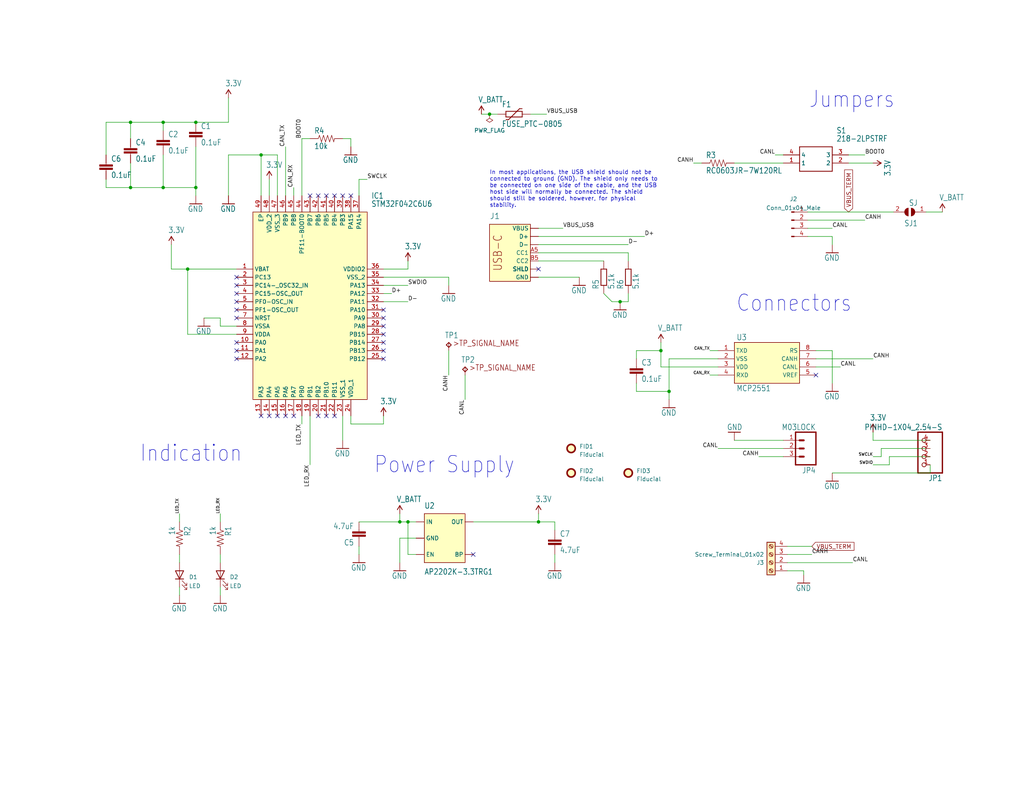
<source format=kicad_sch>
(kicad_sch (version 20230121) (generator eeschema)
  (paper "User" 318.77 248.209)
  (lib_symbols
    (symbol "CANine_v2-eagle-import:218-2LPSTRF"
      (property "Reference" "S1" (at 16.51 7.62 0))
      (property "Value" "218-2LPSTRF" (at 16.51 5.08 0))
      (symbol "218-2LPSTRF_1_0"
        (polyline (pts (xy 5.08 2.54) (xy 5.08 -5.08)) (stroke (width 0.254)))
        (polyline (pts (xy 5.08 2.54) (xy 15.24 2.54)) (stroke (width 0.254)))
        (polyline (pts (xy 15.24 -5.08) (xy 5.08 -5.08)) (stroke (width 0.254)))
        (polyline (pts (xy 15.24 -5.08) (xy 15.24 2.54)) (stroke (width 0.254)))
        (pin passive line (at 0 -2.54 0) (length 5.08) (name "1") (number "1"))
        (pin passive line (at 20.32 -2.54 180) (length 5.08) (name "2") (number "2"))
        (pin passive line (at 20.32 0 180) (length 5.08) (name "3") (number "3"))
        (pin passive line (at 0 0 0) (length 5.08) (name "4") (number "4"))
      )
    )
    (symbol "CANine_v2-eagle-import:3.3V" (power)
      (property "Value" "3.3V" (at -1.016 3.556 0))
      (symbol "3.3V_1_0"
        (polyline (pts (xy 0 2.54) (xy -0.762 1.27)) (stroke (width 0.254)))
        (polyline (pts (xy 0.762 1.27) (xy 0 2.54)) (stroke (width 0.254)))
        (pin power_in line (at 0 0 90) (length 2.54) (name "3.3V") (number "1"))
      )
    )
    (symbol "CANine_v2-eagle-import:CAP0603-CAP"
      (property "Reference" "C" (at 1.524 2.921 0))
      (property "Value" "CAP0603-CAP" (at 1.524 -2.159 0))
      (symbol "CAP0603-CAP_1_0"
        (rectangle (start -2.032 0.508) (end 2.032 1.016) (fill (type outline)))
        (rectangle (start -2.032 1.524) (end 2.032 2.032) (fill (type outline)))
        (polyline (pts (xy 0 0) (xy 0 0.508)) (stroke (width 0.1524)))
        (polyline (pts (xy 0 2.54) (xy 0 2.032)) (stroke (width 0.1524)))
        (pin passive line (at 0 5.08 270) (length 2.54) (name "1") (number "1"))
        (pin passive line (at 0 -2.54 90) (length 2.54) (name "2") (number "2"))
      )
    )
    (symbol "CANine_v2-eagle-import:FUSE_PTC-0805"
      (property "Reference" "F" (at -3.81 2.0986 0))
      (property "Value" "FUSE_PTC-0805" (at -3.81 -4.002 0))
      (symbol "FUSE_PTC-0805_1_0"
        (polyline (pts (xy -2.54 -0.889) (xy -2.54 0.889)) (stroke (width 0.254)))
        (polyline (pts (xy -2.54 -0.889) (xy 2.54 -0.889)) (stroke (width 0.254)))
        (polyline (pts (xy -1.7 -1.7) (xy -2.5 -1.7)) (stroke (width 0.254)))
        (polyline (pts (xy 1.7 1.7) (xy -1.7 -1.7)) (stroke (width 0.254)))
        (polyline (pts (xy 1.7 1.7) (xy 2.5 1.7)) (stroke (width 0.254)))
        (polyline (pts (xy 2.54 -0.889) (xy 2.54 0.889)) (stroke (width 0.254)))
        (polyline (pts (xy 2.54 0.889) (xy -2.54 0.889)) (stroke (width 0.254)))
        (pin passive line (at -5.08 0 0) (length 2.54) (name "1") (number "1"))
        (pin passive line (at 5.08 0 180) (length 2.54) (name "2") (number "2"))
      )
    )
    (symbol "CANine_v2-eagle-import:GND" (power)
      (property "Value" "GND" (at -2.54 -2.54 0))
      (symbol "GND_1_0"
        (polyline (pts (xy -1.905 0) (xy 1.905 0)) (stroke (width 0.254)))
        (pin power_in line (at 0 2.54 270) (length 2.54) (name "GND") (number "1"))
      )
    )
    (symbol "CANine_v2-eagle-import:M03LOCK"
      (property "Reference" "JP" (at -2.54 5.842 0))
      (property "Value" "M03LOCK" (at -2.54 -7.62 0))
      (symbol "M03LOCK_1_0"
        (polyline (pts (xy -2.54 5.08) (xy -2.54 -5.08)) (stroke (width 0.4064)))
        (polyline (pts (xy -2.54 5.08) (xy 3.81 5.08)) (stroke (width 0.4064)))
        (polyline (pts (xy 1.27 -2.54) (xy 2.54 -2.54)) (stroke (width 0.6096)))
        (polyline (pts (xy 1.27 0) (xy 2.54 0)) (stroke (width 0.6096)))
        (polyline (pts (xy 1.27 2.54) (xy 2.54 2.54)) (stroke (width 0.6096)))
        (polyline (pts (xy 3.81 -5.08) (xy -2.54 -5.08)) (stroke (width 0.4064)))
        (polyline (pts (xy 3.81 -5.08) (xy 3.81 5.08)) (stroke (width 0.4064)))
        (pin passive line (at 7.62 -2.54 180) (length 5.08) (name "1") (number "1"))
        (pin passive line (at 7.62 0 180) (length 5.08) (name "2") (number "2"))
        (pin passive line (at 7.62 2.54 180) (length 5.08) (name "3") (number "3"))
      )
    )
    (symbol "CANine_v2-eagle-import:MCP2551"
      (property "Reference" "U3" (at -4.445 10.795 0))
      (property "Value" "MCP2551" (at -4.445 -5.08 0))
      (symbol "MCP2551_1_0"
        (pin input line (at -10.16 7.62 0) (length 5.08) (name "TXD") (number "1"))
        (pin power_in line (at -10.16 5.08 0) (length 5.08) (name "VSS") (number "2"))
        (pin power_in line (at -10.16 2.54 0) (length 5.08) (name "VDD") (number "3"))
        (pin output line (at -10.16 0 0) (length 5.08) (name "RXD") (number "4"))
        (pin input line (at 20.32 0 180) (length 5.08) (name "VREF") (number "5"))
        (pin bidirectional line (at 20.32 2.54 180) (length 5.08) (name "CANL") (number "6"))
        (pin bidirectional line (at 20.32 5.08 180) (length 5.08) (name "CANH") (number "7"))
        (pin input line (at 20.32 7.62 180) (length 5.08) (name "RS") (number "8"))
      )
      (symbol "MCP2551_1_1"
        (rectangle (start -5.08 10.16) (end 15.24 -2.54) (stroke (width 0.2)) (fill (type background)))
      )
    )
    (symbol "CANine_v2-eagle-import:MIC52053.3V"
      (property "Reference" "U2" (at -7.62 9.144 0))
      (property "Value" "AP2202K-3.3TRG1" (at -7.62 -11.43 0))
      (symbol "MIC52053.3V_1_0"
        (pin power_in line (at -10.16 5.08 0) (length 2.54) (name "IN") (number "1"))
        (pin power_in line (at -10.16 0 0) (length 2.54) (name "GND") (number "2"))
        (pin input line (at -10.16 -5.08 0) (length 2.54) (name "EN") (number "3"))
        (pin passive line (at 7.62 -5.08 180) (length 2.54) (name "BP") (number "4"))
        (pin power_out line (at 7.62 5.08 180) (length 2.54) (name "OUT") (number "5"))
      )
      (symbol "MIC52053.3V_1_1"
        (rectangle (start -7.62 7.62) (end 5.08 -7.62) (stroke (width 0.2)) (fill (type background)))
      )
    )
    (symbol "CANine_v2-eagle-import:PINHD-1X04_2.54-S"
      (property "Reference" "JP" (at -6.35 8.255 0))
      (property "Value" "PINHD-1X04_2.54-S" (at -6.35 -7.62 0))
      (symbol "PINHD-1X04_2.54-S_1_0"
        (polyline (pts (xy -6.35 -5.08) (xy 1.27 -5.08)) (stroke (width 0.4064)))
        (polyline (pts (xy -6.35 7.62) (xy -6.35 -5.08)) (stroke (width 0.4064)))
        (polyline (pts (xy 1.27 -5.08) (xy 1.27 7.62)) (stroke (width 0.4064)))
        (polyline (pts (xy 1.27 7.62) (xy -6.35 7.62)) (stroke (width 0.4064)))
        (pin passive inverted (at -2.54 5.08 0) (length 2.54) (name "1") (number "1"))
        (pin passive inverted (at -2.54 2.54 0) (length 2.54) (name "2") (number "2"))
        (pin passive inverted (at -2.54 0 0) (length 2.54) (name "3") (number "3"))
        (pin passive inverted (at -2.54 -2.54 0) (length 2.54) (name "4") (number "4"))
      )
    )
    (symbol "CANine_v2-eagle-import:R-EU_R0603"
      (property "Reference" "R" (at -3.81 1.4986 0))
      (property "Value" "R-EU_R0603" (at -3.81 -3.302 0))
      (symbol "R-EU_R0603_1_0"
        (polyline (pts (xy -2.54 -0.889) (xy -2.54 0.889)) (stroke (width 0.254)))
        (polyline (pts (xy -2.54 -0.889) (xy 2.54 -0.889)) (stroke (width 0.254)))
        (polyline (pts (xy 2.54 -0.889) (xy 2.54 0.889)) (stroke (width 0.254)))
        (polyline (pts (xy 2.54 0.889) (xy -2.54 0.889)) (stroke (width 0.254)))
        (pin passive line (at -5.08 0 0) (length 2.54) (name "1") (number "1"))
        (pin passive line (at 5.08 0 180) (length 2.54) (name "2") (number "2"))
      )
    )
    (symbol "CANine_v2-eagle-import:RESISTOR0603-RES"
      (property "Reference" "R" (at -3.81 1.4986 0))
      (property "Value" "RESISTOR0603-RES" (at -3.81 -3.302 0))
      (symbol "RESISTOR0603-RES_1_0"
        (polyline (pts (xy -2.54 0) (xy -2.159 1.016)) (stroke (width 0.1524)))
        (polyline (pts (xy -2.159 1.016) (xy -1.524 -1.016)) (stroke (width 0.1524)))
        (polyline (pts (xy -1.524 -1.016) (xy -0.889 1.016)) (stroke (width 0.1524)))
        (polyline (pts (xy -0.889 1.016) (xy -0.254 -1.016)) (stroke (width 0.1524)))
        (polyline (pts (xy -0.254 -1.016) (xy 0.381 1.016)) (stroke (width 0.1524)))
        (polyline (pts (xy 0.381 1.016) (xy 1.016 -1.016)) (stroke (width 0.1524)))
        (polyline (pts (xy 1.016 -1.016) (xy 1.651 1.016)) (stroke (width 0.1524)))
        (polyline (pts (xy 1.651 1.016) (xy 2.286 -1.016)) (stroke (width 0.1524)))
        (polyline (pts (xy 2.286 -1.016) (xy 2.54 0)) (stroke (width 0.1524)))
        (pin passive line (at -5.08 0 0) (length 2.54) (name "1") (number "1"))
        (pin passive line (at 5.08 0 180) (length 2.54) (name "2") (number "2"))
      )
    )
    (symbol "CANine_v2-eagle-import:SJ"
      (property "Reference" "SJ" (at -2.54 2.54 0))
      (property "Value" "SJ" (at -2.54 -3.81 0))
      (symbol "SJ_1_0"
        (arc (start -0.381 1.2699) (mid -1.6508 0) (end -0.381 -1.2699) (stroke (width 0.0001)) (fill (type outline)))
        (polyline (pts (xy -2.54 0) (xy -1.651 0)) (stroke (width 0.1524)))
        (polyline (pts (xy 2.54 0) (xy 1.651 0)) (stroke (width 0.1524)))
        (arc (start 0.381 -1.2699) (mid 1.6508 0) (end 0.381 1.2699) (stroke (width 0.0001)) (fill (type outline)))
        (pin passive line (at -5.08 0 0) (length 2.54) (name "1") (number "1"))
        (pin passive line (at 5.08 0 180) (length 2.54) (name "2") (number "2"))
      )
    )
    (symbol "CANine_v2-eagle-import:SPARKFUN-CONNECTORS_USB_C16PIN"
      (property "Reference" "J1" (at -2.54 10.414 0))
      (symbol "SPARKFUN-CONNECTORS_USB_C16PIN_1_0"
        (rectangle (start -2.54 8.89) (end 10.16 -8.89) (stroke (width 0.2)) (fill (type background)))
        (text "USB-C" (at 0 0 900) (effects (font (size 2.54 2.159))))
        (pin bidirectional line (at 12.7 0 180) (length 2.54) (name "CC1") (number "A5"))
        (pin bidirectional line (at 12.7 5.08 180) (length 2.54) (name "D+") (number "A6"))
        (pin bidirectional line (at 12.7 2.54 180) (length 2.54) (name "D-") (number "A7"))
        (pin bidirectional line (at 12.7 -2.54 180) (length 2.54) (name "CC2") (number "B5"))
        (pin bidirectional line (at 12.7 5.08 180) (length 2.54) (name "D+") (number "B6"))
        (pin bidirectional line (at 12.7 2.54 180) (length 2.54) (name "D-") (number "B7"))
        (pin power_out line (at 12.7 -7.62 180) (length 2.54) (name "GND") (number "GND"))
        (pin power_out line (at 12.7 -7.62 180) (length 2.54) (name "GND") (number "GND2"))
        (pin passive line (at 12.7 -5.08 180) (length 2.54) (name "SHLD") (number "SHLD1"))
        (pin passive line (at 12.7 -5.08 180) (length 2.54) (name "SHLD") (number "SHLD2"))
        (pin passive line (at 12.7 -5.08 180) (length 2.54) (name "SHLD") (number "SHLD3"))
        (pin passive line (at 12.7 -5.08 180) (length 2.54) (name "SHLD") (number "SHLD4"))
        (pin passive line (at 12.7 -5.08 180) (length 2.54) (name "SHLD") (number "SHLD5"))
        (pin passive line (at 12.7 -5.08 180) (length 2.54) (name "SHLD") (number "SHLD6"))
        (pin passive line (at 12.7 -5.08 180) (length 2.54) (name "SHLD") (number "SHLD7"))
        (pin passive line (at 12.7 -5.08 180) (length 2.54) (name "SHLD") (number "SHLD8"))
        (pin power_out line (at 12.7 7.62 180) (length 2.54) (name "VBUS") (number "VBUS1"))
        (pin power_out line (at 12.7 7.62 180) (length 2.54) (name "VBUS") (number "VBUS2"))
      )
    )
    (symbol "CANine_v2-eagle-import:STM32F042C6U6"
      (property "Reference" "IC1" (at 41.91 22.86 0))
      (property "Value" "STM32F042C6U6" (at 41.91 20.32 0))
      (symbol "STM32F042C6U6_1_0"
        (pin power_in line (at 0 0 0) (length 5.08) (name "VBAT") (number "1"))
        (pin bidirectional line (at 0 -22.86 0) (length 5.08) (name "PA0") (number "10"))
        (pin bidirectional line (at 0 -25.4 0) (length 5.08) (name "PA1") (number "11"))
        (pin bidirectional line (at 0 -27.94 0) (length 5.08) (name "PA2") (number "12"))
        (pin bidirectional line (at 7.62 -45.72 90) (length 5.08) (name "PA3") (number "13"))
        (pin bidirectional line (at 10.16 -45.72 90) (length 5.08) (name "PA4") (number "14"))
        (pin bidirectional line (at 12.7 -45.72 90) (length 5.08) (name "PA5") (number "15"))
        (pin bidirectional line (at 15.24 -45.72 90) (length 5.08) (name "PA6") (number "16"))
        (pin bidirectional line (at 17.78 -45.72 90) (length 5.08) (name "PA7") (number "17"))
        (pin bidirectional line (at 20.32 -45.72 90) (length 5.08) (name "PB0") (number "18"))
        (pin bidirectional line (at 22.86 -45.72 90) (length 5.08) (name "PB1") (number "19"))
        (pin bidirectional line (at 0 -2.54 0) (length 5.08) (name "PC13") (number "2"))
        (pin bidirectional line (at 25.4 -45.72 90) (length 5.08) (name "PB2") (number "20"))
        (pin bidirectional line (at 27.94 -45.72 90) (length 5.08) (name "PB10") (number "21"))
        (pin bidirectional line (at 30.48 -45.72 90) (length 5.08) (name "PB11") (number "22"))
        (pin power_in line (at 33.02 -45.72 90) (length 5.08) (name "VSS_1") (number "23"))
        (pin power_in line (at 35.56 -45.72 90) (length 5.08) (name "VDD_1") (number "24"))
        (pin bidirectional line (at 45.72 -27.94 180) (length 5.08) (name "PB12") (number "25"))
        (pin bidirectional line (at 45.72 -25.4 180) (length 5.08) (name "PB13") (number "26"))
        (pin bidirectional line (at 45.72 -22.86 180) (length 5.08) (name "PB14") (number "27"))
        (pin bidirectional line (at 45.72 -20.32 180) (length 5.08) (name "PB15") (number "28"))
        (pin bidirectional line (at 45.72 -17.78 180) (length 5.08) (name "PA8") (number "29"))
        (pin bidirectional line (at 0 -5.08 0) (length 5.08) (name "PC14-_OSC32_IN") (number "3"))
        (pin bidirectional line (at 45.72 -15.24 180) (length 5.08) (name "PA9") (number "30"))
        (pin bidirectional line (at 45.72 -12.7 180) (length 5.08) (name "PA10") (number "31"))
        (pin bidirectional line (at 45.72 -10.16 180) (length 5.08) (name "PA11") (number "32"))
        (pin bidirectional line (at 45.72 -7.62 180) (length 5.08) (name "PA12") (number "33"))
        (pin bidirectional line (at 45.72 -5.08 180) (length 5.08) (name "PA13") (number "34"))
        (pin power_in line (at 45.72 -2.54 180) (length 5.08) (name "VSS_2") (number "35"))
        (pin power_in line (at 45.72 0 180) (length 5.08) (name "VDDIO2") (number "36"))
        (pin bidirectional line (at 38.1 22.86 270) (length 5.08) (name "PA14") (number "37"))
        (pin bidirectional line (at 35.56 22.86 270) (length 5.08) (name "PA15") (number "38"))
        (pin bidirectional line (at 33.02 22.86 270) (length 5.08) (name "PB3") (number "39"))
        (pin bidirectional line (at 0 -7.62 0) (length 5.08) (name "PC15-OSC_OUT") (number "4"))
        (pin bidirectional line (at 30.48 22.86 270) (length 5.08) (name "PB4") (number "40"))
        (pin bidirectional line (at 27.94 22.86 270) (length 5.08) (name "PB5") (number "41"))
        (pin bidirectional line (at 25.4 22.86 270) (length 5.08) (name "PB6") (number "42"))
        (pin bidirectional line (at 22.86 22.86 270) (length 5.08) (name "PB7") (number "43"))
        (pin bidirectional line (at 20.32 22.86 270) (length 5.08) (name "PF11-BOOT0") (number "44"))
        (pin bidirectional line (at 17.78 22.86 270) (length 5.08) (name "PB8") (number "45"))
        (pin bidirectional line (at 15.24 22.86 270) (length 5.08) (name "PB9") (number "46"))
        (pin power_in line (at 12.7 22.86 270) (length 5.08) (name "VSS_3") (number "47"))
        (pin power_in line (at 10.16 22.86 270) (length 5.08) (name "VDD_2") (number "48"))
        (pin power_in line (at 7.62 22.86 270) (length 5.08) (name "EP") (number "49"))
        (pin bidirectional line (at 0 -10.16 0) (length 5.08) (name "PF0-OSC_IN") (number "5"))
        (pin bidirectional line (at 0 -12.7 0) (length 5.08) (name "PF1-OSC_OUT") (number "6"))
        (pin bidirectional line (at 0 -15.24 0) (length 5.08) (name "NRST") (number "7"))
        (pin power_in line (at 0 -17.78 0) (length 5.08) (name "VSSA") (number "8"))
        (pin power_in line (at 0 -20.32 0) (length 5.08) (name "VDDA") (number "9"))
      )
      (symbol "STM32F042C6U6_1_1"
        (rectangle (start 5.08 17.78) (end 40.64 -40.64) (stroke (width 0.2)) (fill (type background)))
      )
    )
    (symbol "CANine_v2-eagle-import:TPTP16R"
      (property "Reference" "TP" (at -1.27 1.27 0))
      (symbol "TPTP16R_1_0"
        (polyline (pts (xy -0.762 -0.762) (xy 0 0)) (stroke (width 0.254)))
        (polyline (pts (xy 0 -1.524) (xy -0.762 -0.762)) (stroke (width 0.254)))
        (polyline (pts (xy 0 0) (xy 0.762 -0.762)) (stroke (width 0.254)))
        (polyline (pts (xy 0.762 -0.762) (xy 0 -1.524)) (stroke (width 0.254)))
        (text ">TP_SIGNAL_NAME" (at 1.27 -1.27 0) (effects (font (size 1.778 1.5113)) (justify left bottom)))
        (pin input line (at 0 -2.54 90) (length 2.54) (name "TP") (number "TP"))
      )
    )
    (symbol "CANine_v2-eagle-import:V_BATT" (power)
      (property "Value" "V_BATT" (at -1.016 3.556 0))
      (symbol "V_BATT_1_0"
        (polyline (pts (xy 0 2.54) (xy -0.762 1.27)) (stroke (width 0.254)))
        (polyline (pts (xy 0.762 1.27) (xy 0 2.54)) (stroke (width 0.254)))
        (pin power_in line (at 0 0 90) (length 2.54) (name "V_BATT") (number "1"))
      )
    )
    (symbol "Connector:Conn_01x04_Male" (pin_names (offset 1.016) hide)
      (property "Reference" "J" (at 0 5.08 0))
      (property "Value" "Conn_01x04_Male" (at 0 -7.62 0))
      (symbol "Conn_01x04_Male_1_1"
        (polyline (pts (xy 1.27 -5.08) (xy 0.8636 -5.08)) (stroke (width 0.1524)))
        (polyline (pts (xy 1.27 -2.54) (xy 0.8636 -2.54)) (stroke (width 0.1524)))
        (polyline (pts (xy 1.27 0) (xy 0.8636 0)) (stroke (width 0.1524)))
        (polyline (pts (xy 1.27 2.54) (xy 0.8636 2.54)) (stroke (width 0.1524)))
        (rectangle (start 0.8636 -4.953) (end 0 -5.207) (stroke (width 0.1524)) (fill (type outline)))
        (rectangle (start 0.8636 -2.413) (end 0 -2.667) (stroke (width 0.1524)) (fill (type outline)))
        (rectangle (start 0.8636 0.127) (end 0 -0.127) (stroke (width 0.1524)) (fill (type outline)))
        (rectangle (start 0.8636 2.667) (end 0 2.413) (stroke (width 0.1524)) (fill (type outline)))
        (pin passive line (at 5.08 2.54 180) (length 3.81) (name "Pin_1") (number "1"))
        (pin passive line (at 5.08 0 180) (length 3.81) (name "Pin_2") (number "2"))
        (pin passive line (at 5.08 -2.54 180) (length 3.81) (name "Pin_3") (number "3"))
        (pin passive line (at 5.08 -5.08 180) (length 3.81) (name "Pin_4") (number "4"))
      )
    )
    (symbol "Connector:Screw_Terminal_01x04" (pin_names (offset 1.016) hide)
      (property "Reference" "J" (at 0 5.08 0))
      (property "Value" "Screw_Terminal_01x04" (at 0 -7.62 0))
      (symbol "Screw_Terminal_01x04_1_1"
        (rectangle (start -1.27 3.81) (end 1.27 -6.35) (stroke (width 0.254)) (fill (type background)))
        (circle (center 0 -5.08) (radius 0.635) (stroke (width 0.1524)))
        (circle (center 0 -2.54) (radius 0.635) (stroke (width 0.1524)))
        (polyline (pts (xy -0.5334 -4.7498) (xy 0.3302 -5.588)) (stroke (width 0.1524)))
        (polyline (pts (xy -0.5334 -2.2098) (xy 0.3302 -3.048)) (stroke (width 0.1524)))
        (polyline (pts (xy -0.5334 0.3302) (xy 0.3302 -0.508)) (stroke (width 0.1524)))
        (polyline (pts (xy -0.5334 2.8702) (xy 0.3302 2.032)) (stroke (width 0.1524)))
        (polyline (pts (xy -0.3556 -4.572) (xy 0.508 -5.4102)) (stroke (width 0.1524)))
        (polyline (pts (xy -0.3556 -2.032) (xy 0.508 -2.8702)) (stroke (width 0.1524)))
        (polyline (pts (xy -0.3556 0.508) (xy 0.508 -0.3302)) (stroke (width 0.1524)))
        (polyline (pts (xy -0.3556 3.048) (xy 0.508 2.2098)) (stroke (width 0.1524)))
        (circle (center 0 0) (radius 0.635) (stroke (width 0.1524)))
        (circle (center 0 2.54) (radius 0.635) (stroke (width 0.1524)))
        (pin passive line (at -5.08 2.54 0) (length 3.81) (name "Pin_1") (number "1"))
        (pin passive line (at -5.08 0 0) (length 3.81) (name "Pin_2") (number "2"))
        (pin passive line (at -5.08 -2.54 0) (length 3.81) (name "Pin_3") (number "3"))
        (pin passive line (at -5.08 -5.08 0) (length 3.81) (name "Pin_4") (number "4"))
      )
    )
    (symbol "Device:LED" (pin_numbers hide) (pin_names (offset 1.016) hide)
      (property "Reference" "D" (at 0 2.54 0))
      (property "Value" "LED" (at 0 -2.54 0))
      (symbol "LED_0_1"
        (polyline (pts (xy -1.27 -1.27) (xy -1.27 1.27)) (stroke (width 0.254)))
        (polyline (pts (xy -1.27 0) (xy 1.27 0)))
        (polyline (pts (xy 1.27 -1.27) (xy 1.27 1.27) (xy -1.27 0) (xy 1.27 -1.27)) (stroke (width 0.254)))
        (polyline (pts (xy -3.048 -0.762) (xy -4.572 -2.286) (xy -3.81 -2.286) (xy -4.572 -2.286) (xy -4.572 -1.524)))
        (polyline (pts (xy -1.778 -0.762) (xy -3.302 -2.286) (xy -2.54 -2.286) (xy -3.302 -2.286) (xy -3.302 -1.524)))
      )
      (symbol "LED_1_1"
        (pin passive line (at -3.81 0 0) (length 2.54) (name "K") (number "1"))
        (pin passive line (at 3.81 0 180) (length 2.54) (name "A") (number "2"))
      )
    )
    (symbol "Mechanical:Fiducial"
      (property "Reference" "FID" (at 0 5.08 0))
      (property "Value" "Fiducial" (at 0 3.175 0))
      (symbol "Fiducial_0_1"
        (circle (center 0 0) (radius 1.27) (stroke (width 0.508)) (fill (type background)))
      )
    )
    (symbol "PWR_FLAG_1" (power) (pin_numbers hide) (pin_names (offset 0) hide)
      (property "Value" "PWR_FLAG_1" (at 0 3.81 0))
      (symbol "PWR_FLAG_1_0_0"
        (pin power_out line (at 0 0 90) (length 0) (name "pwr") (number "1"))
      )
      (symbol "PWR_FLAG_1_0_1"
        (polyline (pts (xy 0 0) (xy 0 1.27) (xy -1.016 1.905) (xy 0 2.54) (xy 1.016 1.905) (xy 0 1.27)))
      )
    )
  )
  (junction (at 50.8 38.1))
  (junction (at 193.04 93.98))
  (junction (at 152.4 35.56))
  (junction (at 60.96 58.42))
  (junction (at 60.96 38.1))
  (junction (at 50.8 58.42))
  (junction (at 167.64 162.56))
  (junction (at 127 162.56))
  (junction (at 205.74 109.22))
  (junction (at 58.42 83.82))
  (junction (at 40.64 58.42))
  (junction (at 40.64 38.1))
  (junction (at 124.46 162.56))
  (junction (at 208.28 121.92))
  (junction (at 81.28 48.26))
  (no_connect (at 254 116.84))
  (no_connect (at 83.82 129.54))
  (no_connect (at 81.28 129.54))
  (no_connect (at 73.66 96.52))
  (no_connect (at 73.66 99.06))
  (no_connect (at 73.66 111.76))
  (no_connect (at 73.66 109.22))
  (no_connect (at 73.66 106.68))
  (no_connect (at 119.38 111.76))
  (no_connect (at 119.38 109.22))
  (no_connect (at 119.38 106.68))
  (no_connect (at 119.38 104.14))
  (no_connect (at 119.38 101.6))
  (no_connect (at 119.38 99.06))
  (no_connect (at 119.38 96.52))
  (no_connect (at 99.06 129.54))
  (no_connect (at 101.6 129.54))
  (no_connect (at 86.36 129.54))
  (no_connect (at 88.9 129.54))
  (no_connect (at 91.44 129.54))
  (no_connect (at 104.14 129.54))
  (no_connect (at 73.66 86.36))
  (no_connect (at 73.66 88.9))
  (no_connect (at 73.66 91.44))
  (no_connect (at 73.66 93.98))
  (no_connect (at 147.32 172.72))
  (no_connect (at 109.22 60.96))
  (no_connect (at 106.68 60.96))
  (no_connect (at 104.14 60.96))
  (no_connect (at 101.6 60.96))
  (no_connect (at 99.06 60.96))
  (no_connect (at 96.52 60.96))
  (no_connect (at 167.64 83.82))
  (wire (pts (xy 71.12 38.1) (xy 71.12 30.48)))
  (wire (pts (xy 208.28 121.92) (xy 208.28 124.46)))
  (wire (pts (xy 71.12 38.1) (xy 60.96 38.1)))
  (wire (pts (xy 167.64 73.66) (xy 200.66 73.66)))
  (wire (pts (xy 73.66 104.14) (xy 58.42 104.14)))
  (wire (pts (xy 119.38 88.9) (xy 127 88.9)))
  (wire (pts (xy 109.22 43.18) (xy 109.22 45.72)))
  (wire (pts (xy 243.84 50.8) (xy 228.6 50.8)))
  (wire (pts (xy 245.11 175.26) (xy 265.43 175.26)))
  (wire (pts (xy 220.98 109.22) (xy 223.52 109.22)))
  (wire (pts (xy 119.38 132.08) (xy 119.38 129.54)))
  (wire (pts (xy 139.7 86.36) (xy 139.7 88.9)))
  (wire (pts (xy 167.64 71.12) (xy 175.26 71.12)))
  (wire (pts (xy 60.96 58.42) (xy 60.96 60.96)))
  (wire (pts (xy 274.32 139.7) (xy 289.56 139.7)))
  (wire (pts (xy 243.84 139.7) (xy 223.52 139.7)))
  (wire (pts (xy 195.58 91.44) (xy 195.58 93.98)))
  (wire (pts (xy 71.12 48.26) (xy 71.12 60.96)))
  (wire (pts (xy 147.32 162.56) (xy 167.64 162.56)))
  (wire (pts (xy 86.36 60.96) (xy 86.36 48.26)))
  (wire (pts (xy 81.28 60.96) (xy 81.28 48.26)))
  (wire (pts (xy 259.08 147.32) (xy 289.56 147.32)))
  (wire (pts (xy 119.38 83.82) (xy 127 83.82)))
  (wire (pts (xy 109.22 132.08) (xy 119.38 132.08)))
  (wire (pts (xy 68.58 182.88) (xy 68.58 185.42)))
  (wire (pts (xy 276.86 144.78) (xy 276.86 142.24)))
  (wire (pts (xy 73.66 101.6) (xy 68.58 101.6)))
  (wire (pts (xy 96.52 129.54) (xy 96.52 144.78)))
  (wire (pts (xy 33.02 55.88) (xy 33.02 58.42)))
  (wire (pts (xy 111.76 172.72) (xy 111.76 170.18)))
  (wire (pts (xy 58.42 104.14) (xy 58.42 83.82)))
  (wire (pts (xy 190.5 93.98) (xy 193.04 93.98)))
  (wire (pts (xy 119.38 86.36) (xy 139.7 86.36)))
  (wire (pts (xy 167.64 86.36) (xy 180.34 86.36)))
  (wire (pts (xy 198.12 111.76) (xy 198.12 109.22)))
  (wire (pts (xy 83.82 60.96) (xy 83.82 55.88)))
  (wire (pts (xy 81.28 48.26) (xy 71.12 48.26)))
  (wire (pts (xy 198.12 109.22) (xy 205.74 109.22)))
  (wire (pts (xy 167.64 78.74) (xy 195.58 78.74)))
  (wire (pts (xy 129.54 167.64) (xy 124.46 167.64)))
  (wire (pts (xy 172.72 162.56) (xy 172.72 165.1)))
  (wire (pts (xy 50.8 58.42) (xy 50.8 48.26)))
  (wire (pts (xy 167.64 76.2) (xy 195.58 76.2)))
  (wire (pts (xy 223.52 111.76) (xy 208.28 111.76)))
  (wire (pts (xy 93.98 129.54) (xy 93.98 132.08)))
  (wire (pts (xy 243.84 137.16) (xy 228.6 137.16)))
  (wire (pts (xy 50.8 38.1) (xy 50.8 40.64)))
  (wire (pts (xy 195.58 78.74) (xy 195.58 81.28)))
  (wire (pts (xy 106.68 43.18) (xy 109.22 43.18)))
  (wire (pts (xy 33.02 38.1) (xy 33.02 48.26)))
  (wire (pts (xy 250.19 177.8) (xy 250.19 179.07)))
  (wire (pts (xy 208.28 111.76) (xy 208.28 121.92)))
  (wire (pts (xy 139.7 109.22) (xy 139.7 116.84)))
  (wire (pts (xy 288.29 66.04) (xy 293.37 66.04)))
  (wire (pts (xy 205.74 109.22) (xy 205.74 106.68)))
  (wire (pts (xy 40.64 50.8) (xy 40.64 58.42)))
  (wire (pts (xy 259.08 109.22) (xy 259.08 119.38)))
  (wire (pts (xy 254 111.76) (xy 271.78 111.76)))
  (wire (pts (xy 40.64 58.42) (xy 50.8 58.42)))
  (wire (pts (xy 218.44 50.8) (xy 215.9 50.8)))
  (wire (pts (xy 205.74 114.3) (xy 205.74 109.22)))
  (wire (pts (xy 243.84 142.24) (xy 236.22 142.24)))
  (wire (pts (xy 111.76 162.56) (xy 124.46 162.56)))
  (wire (pts (xy 124.46 162.56) (xy 124.46 160.02)))
  (wire (pts (xy 68.58 160.02) (xy 68.58 162.56)))
  (wire (pts (xy 167.64 81.28) (xy 187.96 81.28)))
  (wire (pts (xy 119.38 91.44) (xy 121.92 91.44)))
  (wire (pts (xy 198.12 119.38) (xy 198.12 121.92)))
  (wire (pts (xy 251.46 71.12) (xy 259.08 71.12)))
  (wire (pts (xy 129.54 172.72) (xy 127 172.72)))
  (wire (pts (xy 251.46 66.04) (xy 278.13 66.04)))
  (wire (pts (xy 40.64 38.1) (xy 40.64 43.18)))
  (wire (pts (xy 289.56 147.32) (xy 289.56 144.78)))
  (wire (pts (xy 73.66 83.82) (xy 58.42 83.82)))
  (wire (pts (xy 127 172.72) (xy 127 162.56)))
  (wire (pts (xy 195.58 93.98) (xy 193.04 93.98)))
  (wire (pts (xy 274.32 142.24) (xy 274.32 139.7)))
  (wire (pts (xy 40.64 58.42) (xy 33.02 58.42)))
  (wire (pts (xy 58.42 83.82) (xy 53.34 83.82)))
  (wire (pts (xy 271.78 142.24) (xy 274.32 142.24)))
  (wire (pts (xy 68.58 99.06) (xy 63.5 99.06)))
  (wire (pts (xy 53.34 76.2) (xy 53.34 83.82)))
  (wire (pts (xy 55.88 160.02) (xy 55.88 162.56)))
  (wire (pts (xy 245.11 172.72) (xy 252.73 172.72)))
  (wire (pts (xy 88.9 60.96) (xy 88.9 45.72)))
  (wire (pts (xy 251.46 68.58) (xy 269.24 68.58)))
  (wire (pts (xy 127 162.56) (xy 124.46 162.56)))
  (wire (pts (xy 86.36 48.26) (xy 81.28 48.26)))
  (wire (pts (xy 154.94 35.56) (xy 152.4 35.56)))
  (wire (pts (xy 50.8 58.42) (xy 60.96 58.42)))
  (wire (pts (xy 93.98 60.96) (xy 93.98 43.18)))
  (wire (pts (xy 68.58 175.26) (xy 68.58 172.72)))
  (wire (pts (xy 152.4 35.56) (xy 149.86 35.56)))
  (wire (pts (xy 187.96 91.44) (xy 190.5 93.98)))
  (wire (pts (xy 223.52 116.84) (xy 220.98 116.84)))
  (wire (pts (xy 243.84 48.26) (xy 241.3 48.26)))
  (wire (pts (xy 124.46 167.64) (xy 124.46 175.26)))
  (wire (pts (xy 276.86 142.24) (xy 289.56 142.24)))
  (wire (pts (xy 119.38 93.98) (xy 127 93.98)))
  (wire (pts (xy 167.64 162.56) (xy 172.72 162.56)))
  (wire (pts (xy 40.64 38.1) (xy 33.02 38.1)))
  (wire (pts (xy 55.88 182.88) (xy 55.88 185.42)))
  (wire (pts (xy 271.78 137.16) (xy 271.78 134.62)))
  (wire (pts (xy 167.64 162.56) (xy 167.64 160.02)))
  (wire (pts (xy 271.78 137.16) (xy 289.56 137.16)))
  (wire (pts (xy 165.1 35.56) (xy 170.18 35.56)))
  (wire (pts (xy 111.76 55.88) (xy 114.3 55.88)))
  (wire (pts (xy 50.8 38.1) (xy 40.64 38.1)))
  (wire (pts (xy 127 83.82) (xy 127 81.28)))
  (wire (pts (xy 223.52 114.3) (xy 205.74 114.3)))
  (wire (pts (xy 254 114.3) (xy 261.62 114.3)))
  (wire (pts (xy 55.88 175.26) (xy 55.88 172.72)))
  (wire (pts (xy 60.96 38.1) (xy 50.8 38.1)))
  (wire (pts (xy 144.78 116.84) (xy 144.78 124.46)))
  (wire (pts (xy 271.78 50.8) (xy 264.16 50.8)))
  (wire (pts (xy 245.11 177.8) (xy 250.19 177.8)))
  (wire (pts (xy 271.78 144.78) (xy 276.86 144.78)))
  (wire (pts (xy 127 162.56) (xy 129.54 162.56)))
  (wire (pts (xy 251.46 73.66) (xy 259.08 73.66)))
  (wire (pts (xy 172.72 175.26) (xy 172.72 172.72)))
  (wire (pts (xy 111.76 60.96) (xy 111.76 55.88)))
  (wire (pts (xy 245.11 170.18) (xy 252.73 170.18)))
  (wire (pts (xy 254 109.22) (xy 259.08 109.22)))
  (wire (pts (xy 259.08 73.66) (xy 259.08 76.2)))
  (wire (pts (xy 264.16 48.26) (xy 269.24 48.26)))
  (wire (pts (xy 60.96 58.42) (xy 60.96 45.72)))
  (wire (pts (xy 91.44 60.96) (xy 91.44 58.42)))
  (wire (pts (xy 96.52 43.18) (xy 93.98 43.18)))
  (wire (pts (xy 198.12 121.92) (xy 208.28 121.92)))
  (wire (pts (xy 68.58 101.6) (xy 68.58 99.06)))
  (wire (pts (xy 109.22 129.54) (xy 109.22 132.08)))
  (wire (pts (xy 106.68 129.54) (xy 106.68 137.16)))
  (text "Jumpers" (at 251.714 34.036 0) (effects (font (size 5.08 4.318)) (justify left bottom)))
  (text "In most applications, the USB shield should not be\nconnected to ground (GND). The shield only needs to\nbe connected on one side of the cable, and the USB\nhost side will normally be connected. The shield\nshould still be soldered, however, for physical\nstability." (at 152.4 64.77 0) (effects (font (size 1.27 1.27)) (justify left bottom)))
  (text "Connectors" (at 229.108 97.536 0) (effects (font (size 5.08 4.318)) (justify left bottom)))
  (text "Indication" (at 43.434 144.272 0) (effects (font (size 5.08 4.318)) (justify left bottom)))
  (text "Power Supply" (at 116.332 147.828 0) (effects (font (size 5.08 4.318)) (justify left bottom)))
  (label "D+" (at 121.92 91.44 0) (effects (font (size 1.2446 1.2446))))
  (label "CANL" (at 144.78 124.46 270) (effects (font (size 1.2446 1.2446))))
  (label "SWDIO" (at 271.78 144.78 180) (effects (font (size 0.889 0.889))))
  (label "D-" (at 127 93.98 0) (effects (font (size 1.2446 1.2446))))
  (label "BOOT0" (at 269.24 48.26 0) (effects (font (size 1.2446 1.2446))))
  (label "CANH" (at 139.7 116.84 270) (effects (font (size 1.2446 1.2446))))
  (label "CAN_RX" (at 220.98 116.84 180) (effects (font (size 0.889 0.889))))
  (label "LED_RX" (at 96.52 144.78 270) (effects (font (size 1.2446 1.2446))))
  (label "SWCLK" (at 114.3 55.88 0) (effects (font (size 1.2446 1.2446))))
  (label "BOOT0" (at 93.98 43.18 90) (effects (font (size 1.2446 1.2446))))
  (label "CANL" (at 261.62 114.3 0) (effects (font (size 1.2446 1.2446))))
  (label "CAN_TX" (at 88.9 45.72 90) (effects (font (size 1.2446 1.2446))))
  (label "CAN_RX" (at 91.44 58.42 90) (effects (font (size 1.2446 1.2446))))
  (label "D+" (at 200.66 73.66 0) (effects (font (size 1.2446 1.2446))))
  (label "CANL" (at 259.08 71.12 0) (effects (font (size 1.2446 1.2446))))
  (label "LED_TX" (at 55.88 160.02 90) (effects (font (size 0.889 0.889))))
  (label "CANH" (at 269.24 68.58 0) (effects (font (size 1.2446 1.2446))))
  (label "VBUS_USB" (at 175.26 71.12 0) (effects (font (size 1.2446 1.2446))))
  (label "CANH" (at 215.9 50.8 180) (effects (font (size 1.2446 1.2446))))
  (label "LED_TX" (at 93.98 132.08 270) (effects (font (size 1.2446 1.2446))))
  (label "SWDIO" (at 127 88.9 0) (effects (font (size 1.2446 1.2446))))
  (label "CAN_TX" (at 220.98 109.22 180) (effects (font (size 0.889 0.889))))
  (label "D-" (at 195.58 76.2 0) (effects (font (size 1.2446 1.2446))))
  (label "LED_RX" (at 68.58 160.02 90) (effects (font (size 0.889 0.889))))
  (label "CANL" (at 223.52 139.7 180) (effects (font (size 1.2446 1.2446))))
  (label "CANL" (at 265.43 175.26 0) (effects (font (size 1.2446 1.2446))))
  (label "CANH" (at 236.22 142.24 180) (effects (font (size 1.2446 1.2446))))
  (label "VBUS_USB" (at 170.18 35.56 0) (effects (font (size 1.2446 1.2446))))
  (label "SWCLK" (at 271.78 142.24 180) (effects (font (size 0.889 0.889))))
  (label "CANL" (at 241.3 48.26 180) (effects (font (size 1.2446 1.2446))))
  (label "CANH" (at 271.78 111.76 0) (effects (font (size 1.2446 1.2446))))
  (label "CANH" (at 252.73 172.72 0) (effects (font (size 1.2446 1.2446))))
  (global_label "VBUS_TERM" (shape input) (at 264.16 66.04 90) (property "Intersheetrefs" "${INTERSHEET_REFS}" (effects hide)))
  (global_label "VBUS_TERM" (shape input) (at 252.73 170.18 0) (property "Intersheetrefs" "${INTERSHEET_REFS}" (effects hide)))
  (symbol (lib_name "PWR_FLAG_1") (lib_id "power:PWR_FLAG") (at 152.4 35.56 180) (unit 1)
    (property "Reference" "#FLG01" (effects hide))
    (property "Value" "PWR_FLAG" (at 152.4 40.64 0))
  )
  (symbol (lib_id "CANine_v2-eagle-import:SPARKFUN-CONNECTORS_USB_C16PIN") (at 154.94 78.74 0) (unit 1)
    (property "Reference" "J1" (at 152.4 68.326 0) (effects (font (size 1.778 1.778)) (justify left bottom)))
    (property "Value" "SPARKFUN-CONNECTORS_USB_C16PIN" (effects hide))
    (property "Footprint" "Movr:SPARKFUN-CONNECTORS_USB-C-16P" (effects hide))
  )
  (symbol (lib_id "CANine_v2-eagle-import:RESISTOR0603-RES") (at 223.52 50.8 0) (unit 1)
    (property "Reference" "R3" (at 219.71 49.3014 0) (effects (font (size 1.778 1.5113)) (justify left bottom)))
    (property "Value" "RC0603JR-7W120RL" (at 219.71 54.102 0) (effects (font (size 1.778 1.5113)) (justify left bottom)))
    (property "Footprint" "Resistor_SMD:R_0603_1608Metric" (effects hide))
  )
  (symbol (lib_id "CANine_v2-eagle-import:3.3V") (at 53.34 76.2 0) (unit 1)
    (property "Reference" "#SUPPLY08" (effects hide))
    (property "Value" "3.3V" (at 52.324 72.644 0) (effects (font (size 1.778 1.5113)) (justify left bottom)))
  )
  (symbol (lib_id "CANine_v2-eagle-import:GND") (at 259.08 121.92 0) (unit 1)
    (property "Reference" "#GND06" (effects hide))
    (property "Value" "GND" (at 256.54 124.46 0) (effects (font (size 1.778 1.5113)) (justify left bottom)))
  )
  (symbol (lib_id "CANine_v2-eagle-import:R-EU_R0603") (at 195.58 86.36 90) (unit 1)
    (property "Reference" "R6" (at 194.0814 90.17 0) (effects (font (size 1.778 1.5113)) (justify left bottom)))
    (property "Value" "5.1k" (at 198.882 90.17 0) (effects (font (size 1.778 1.5113)) (justify left bottom)))
    (property "Footprint" "Resistor_SMD:R_0603_1608Metric" (effects hide))
  )
  (symbol (lib_id "CANine_v2-eagle-import:GND") (at 139.7 91.44 0) (unit 1)
    (property "Reference" "#GND017" (effects hide))
    (property "Value" "GND" (at 137.16 93.98 0) (effects (font (size 1.778 1.5113)) (justify left bottom)))
  )
  (symbol (lib_id "CANine_v2-eagle-import:GND") (at 68.58 187.96 0) (unit 1)
    (property "Reference" "#GND04" (effects hide))
    (property "Value" "GND" (at 66.04 190.5 0) (effects (font (size 1.778 1.5113)) (justify left bottom)))
  )
  (symbol (lib_id "CANine_v2-eagle-import:GND") (at 208.28 127 0) (unit 1)
    (property "Reference" "#GND03" (effects hide))
    (property "Value" "GND" (at 205.74 129.54 0) (effects (font (size 1.778 1.5113)) (justify left bottom)))
  )
  (symbol (lib_id "Mechanical:Fiducial") (at 195.58 147.32 0) (unit 1)
    (property "Reference" "FID3" (at 198.12 146.685 0) (effects (justify left)))
    (property "Value" "Fiducial" (at 198.12 149.225 0) (effects (justify left)))
    (property "Footprint" "Fiducial:Fiducial_0.75mm_Mask1.5mm" (effects hide))
  )
  (symbol (lib_id "CANine_v2-eagle-import:STM32F042C6U6") (at 73.66 83.82 0) (unit 1)
    (property "Reference" "IC1" (at 115.57 60.96 0) (effects (font (size 1.778 1.5113)) (justify left)))
    (property "Value" "STM32F042C6U6" (at 115.57 63.5 0) (effects (font (size 1.778 1.5113)) (justify left)))
    (property "Footprint" "Package_DFN_QFN:QFN-48-1EP_7x7mm_P0.5mm_EP5.6x5.6mm" (effects hide))
  )
  (symbol (lib_id "CANine_v2-eagle-import:GND") (at 109.22 48.26 0) (unit 1)
    (property "Reference" "#GND011" (effects hide))
    (property "Value" "GND" (at 106.68 50.8 0) (effects (font (size 1.778 1.5113)) (justify left bottom)))
  )
  (symbol (lib_id "CANine_v2-eagle-import:GND") (at 111.76 175.26 0) (unit 1)
    (property "Reference" "#GND07" (effects hide))
    (property "Value" "GND" (at 109.22 177.8 0) (effects (font (size 1.778 1.5113)) (justify left bottom)))
  )
  (symbol (lib_id "CANine_v2-eagle-import:CAP0603-CAP") (at 40.64 48.26 0) (unit 1)
    (property "Reference" "C4" (at 42.164 45.339 0) (effects (font (size 1.778 1.5113)) (justify left bottom)))
    (property "Value" "0.1uF" (at 42.164 50.419 0) (effects (font (size 1.778 1.5113)) (justify left bottom)))
    (property "Footprint" "Capacitor_SMD:C_0603_1608Metric" (effects hide))
  )
  (symbol (lib_id "Connector:Screw_Terminal_01x04") (at 240.03 175.26 180) (unit 1)
    (property "Reference" "J3" (at 237.871 175.2601 0) (effects (justify left)))
    (property "Value" "Screw_Terminal_01x02" (at 237.871 172.7201 0) (effects (justify left)))
    (property "Footprint" "TerminalBlock_Phoenix:TerminalBlock_Phoenix_MPT-0,5-4-2.54_1x04_P2.54mm_Horizontal" (effects hide))
  )
  (symbol (lib_id "CANine_v2-eagle-import:RESISTOR0603-RES") (at 68.58 167.64 270) (unit 1)
    (property "Reference" "R1" (at 70.0786 163.83 0) (effects (font (size 1.778 1.5113)) (justify left bottom)))
    (property "Value" "1k" (at 65.278 163.83 0) (effects (font (size 1.778 1.5113)) (justify left bottom)))
    (property "Footprint" "Resistor_SMD:R_0603_1608Metric" (effects hide))
  )
  (symbol (lib_id "CANine_v2-eagle-import:V_BATT") (at 205.74 106.68 0) (unit 1)
    (property "Reference" "#SUPPLY06" (effects hide))
    (property "Value" "V_BATT" (at 204.724 103.124 0) (effects (font (size 1.778 1.5113)) (justify left bottom)))
  )
  (symbol (lib_id "CANine_v2-eagle-import:GND") (at 259.08 149.86 0) (unit 1)
    (property "Reference" "#GND09" (effects hide))
    (property "Value" "GND" (at 256.54 152.4 0) (effects (font (size 1.778 1.5113)) (justify left bottom)))
  )
  (symbol (lib_id "CANine_v2-eagle-import:GND") (at 55.88 187.96 0) (unit 1)
    (property "Reference" "#GND01" (effects hide))
    (property "Value" "GND" (at 53.34 190.5 0) (effects (font (size 1.778 1.5113)) (justify left bottom)))
  )
  (symbol (lib_id "CANine_v2-eagle-import:SJ") (at 283.21 66.04 180) (unit 1)
    (property "Reference" "SJ1" (at 285.75 68.58 0) (effects (font (size 1.778 1.5113)) (justify left bottom)))
    (property "Value" "SJ" (at 285.75 62.23 0) (effects (font (size 1.778 1.5113)) (justify left bottom)))
    (property "Footprint" "SJ" (effects hide))
  )
  (symbol (lib_id "CANine_v2-eagle-import:RESISTOR0603-RES") (at 101.6 43.18 0) (unit 1)
    (property "Reference" "R4" (at 97.79 41.6814 0) (effects (font (size 1.778 1.5113)) (justify left bottom)))
    (property "Value" "10k" (at 97.79 46.482 0) (effects (font (size 1.778 1.5113)) (justify left bottom)))
    (property "Footprint" "Resistor_SMD:R_0603_1608Metric" (effects hide))
  )
  (symbol (lib_id "CANine_v2-eagle-import:M03LOCK") (at 251.46 139.7 180) (unit 1)
    (property "Reference" "JP4" (at 254 145.542 0) (effects (font (size 1.778 1.5113)) (justify left bottom)))
    (property "Value" "M03LOCK" (at 254 132.08 0) (effects (font (size 1.778 1.5113)) (justify left bottom)))
    (property "Footprint" "1X03_LOCK" (effects hide))
  )
  (symbol (lib_id "CANine_v2-eagle-import:PINHD-1X04_2.54-S") (at 287.02 139.7 180) (unit 1)
    (property "Reference" "JP1" (at 293.37 147.955 0) (effects (font (size 1.778 1.5113)) (justify left bottom)))
    (property "Value" "PINHD-1X04_2.54-S" (at 293.37 132.08 0) (effects (font (size 1.778 1.5113)) (justify left bottom)))
    (property "Footprint" "1X04-S" (effects hide))
  )
  (symbol (lib_id "CANine_v2-eagle-import:3.3V") (at 119.38 129.54 0) (unit 1)
    (property "Reference" "#SUPPLY012" (effects hide))
    (property "Value" "3.3V" (at 118.364 125.984 0) (effects (font (size 1.778 1.5113)) (justify left bottom)))
  )
  (symbol (lib_id "CANine_v2-eagle-import:MCP2551") (at 233.68 116.84 0) (unit 1)
    (property "Reference" "U3" (at 229.235 106.045 0) (effects (font (size 1.778 1.5113)) (justify left bottom)))
    (property "Value" "MCP2551" (at 229.235 121.92 0) (effects (font (size 1.778 1.5113)) (justify left bottom)))
    (property "Footprint" "Package_SO:SOIC-8_3.9x4.9mm_P1.27mm" (effects hide))
  )
  (symbol (lib_id "CANine_v2-eagle-import:V_BATT") (at 293.37 66.04 0) (unit 1)
    (property "Reference" "#SUPPLY07" (effects hide))
    (property "Value" "V_BATT" (at 292.354 62.484 0) (effects (font (size 1.778 1.5113)) (justify left bottom)))
  )
  (symbol (lib_id "CANine_v2-eagle-import:V_BATT") (at 124.46 160.02 0) (unit 1)
    (property "Reference" "#SUPPLY03" (effects hide))
    (property "Value" "V_BATT" (at 123.444 156.464 0) (effects (font (size 1.778 1.5113)) (justify left bottom)))
  )
  (symbol (lib_id "Connector:Conn_01x04_Male") (at 246.38 68.58 0) (unit 1)
    (property "Reference" "J2" (at 247.015 61.9973 0))
    (property "Value" "Conn_01x04_Male" (at 247.015 64.7724 0))
    (property "Footprint" "JST_GH_BM04B-GHS-TBT_1x04-1MP_P1.25mm_Vertical" (effects hide))
  )
  (symbol (lib_id "CANine_v2-eagle-import:218-2LPSTRF") (at 243.84 48.26 0) (unit 1)
    (property "Reference" "S1" (at 260.35 40.64 0) (effects (font (size 1.778 1.5113)) (justify left)))
    (property "Value" "218-2LPSTRF" (at 260.35 43.18 0) (effects (font (size 1.778 1.5113)) (justify left)))
    (property "Footprint" "2182LPSTRF" (effects hide))
  )
  (symbol (lib_id "CANine_v2-eagle-import:3.3V") (at 271.78 134.62 0) (unit 1)
    (property "Reference" "#SUPPLY02" (effects hide))
    (property "Value" "3.3V" (at 270.764 131.064 0) (effects (font (size 1.778 1.5113)) (justify left bottom)))
  )
  (symbol (lib_id "CANine_v2-eagle-import:GND") (at 228.6 134.62 180) (unit 1)
    (property "Reference" "#GND012" (effects hide))
    (property "Value" "GND" (at 231.14 132.08 0) (effects (font (size 1.778 1.5113)) (justify left bottom)))
  )
  (symbol (lib_id "CANine_v2-eagle-import:3.3V") (at 71.12 30.48 0) (unit 1)
    (property "Reference" "#SUPPLY01" (effects hide))
    (property "Value" "3.3V" (at 70.104 26.924 0) (effects (font (size 1.778 1.5113)) (justify left bottom)))
  )
  (symbol (lib_id "CANine_v2-eagle-import:FUSE_PTC-0805") (at 160.02 35.56 0) (unit 1)
    (property "Reference" "F1" (at 156.21 33.4614 0) (effects (font (size 1.778 1.5113)) (justify left bottom)))
    (property "Value" "FUSE_PTC-0805" (at 156.21 39.562 0) (effects (font (size 1.778 1.5113)) (justify left bottom)))
    (property "Footprint" "PTC0805" (effects hide))
  )
  (symbol (lib_id "CANine_v2-eagle-import:GND") (at 60.96 63.5 0) (unit 1)
    (property "Reference" "#GND010" (effects hide))
    (property "Value" "GND" (at 58.42 66.04 0) (effects (font (size 1.778 1.5113)) (justify left bottom)))
  )
  (symbol (lib_id "CANine_v2-eagle-import:GND") (at 172.72 177.8 0) (unit 1)
    (property "Reference" "#GND08" (effects hide))
    (property "Value" "GND" (at 170.18 180.34 0) (effects (font (size 1.778 1.5113)) (justify left bottom)))
  )
  (symbol (lib_id "CANine_v2-eagle-import:CAP0603-CAP") (at 50.8 45.72 0) (unit 1)
    (property "Reference" "C2" (at 52.324 42.799 0) (effects (font (size 1.778 1.5113)) (justify left bottom)))
    (property "Value" "0.1uF" (at 52.324 47.879 0) (effects (font (size 1.778 1.5113)) (justify left bottom)))
    (property "Footprint" "Capacitor_SMD:C_0603_1608Metric" (effects hide))
  )
  (symbol (lib_id "Mechanical:Fiducial") (at 177.8 147.32 0) (unit 1)
    (property "Reference" "FID2" (at 180.34 146.685 0) (effects (justify left)))
    (property "Value" "Fiducial" (at 180.34 149.225 0) (effects (justify left)))
    (property "Footprint" "Fiducial:Fiducial_0.75mm_Mask1.5mm" (effects hide))
  )
  (symbol (lib_id "CANine_v2-eagle-import:R-EU_R0603") (at 187.96 86.36 90) (unit 1)
    (property "Reference" "R5" (at 186.4614 90.17 0) (effects (font (size 1.778 1.5113)) (justify left bottom)))
    (property "Value" "5.1k" (at 191.262 90.17 0) (effects (font (size 1.778 1.5113)) (justify left bottom)))
    (property "Footprint" "Resistor_SMD:R_0603_1608Metric" (effects hide))
  )
  (symbol (lib_id "CANine_v2-eagle-import:3.3V") (at 127 81.28 0) (unit 1)
    (property "Reference" "#SUPPLY011" (effects hide))
    (property "Value" "3.3V" (at 125.984 77.724 0) (effects (font (size 1.778 1.5113)) (justify left bottom)))
  )
  (symbol (lib_id "CANine_v2-eagle-import:GND") (at 63.5 101.6 0) (unit 1)
    (property "Reference" "#GND015" (effects hide))
    (property "Value" "GND" (at 60.96 104.14 0) (effects (font (size 1.778 1.5113)) (justify left bottom)))
  )
  (symbol (lib_id "CANine_v2-eagle-import:3.3V") (at 167.64 160.02 0) (unit 1)
    (property "Reference" "#SUPPLY04" (effects hide))
    (property "Value" "3.3V" (at 166.624 156.464 0) (effects (font (size 1.778 1.5113)) (justify left bottom)))
  )
  (symbol (lib_id "CANine_v2-eagle-import:CAP0603-CAP") (at 60.96 43.18 0) (unit 1)
    (property "Reference" "C1" (at 62.484 40.259 0) (effects (font (size 1.778 1.5113)) (justify left bottom)))
    (property "Value" "0.1uF" (at 62.484 45.339 0) (effects (font (size 1.778 1.5113)) (justify left bottom)))
    (property "Footprint" "Capacitor_SMD:C_0603_1608Metric" (effects hide))
  )
  (symbol (lib_id "Device:LED") (at 68.58 179.07 90) (unit 1)
    (property "Reference" "D2" (at 71.501 179.749 90) (effects (justify right)))
    (property "Value" "LED" (at 71.501 182.5241 90) (effects (justify right)))
    (property "Footprint" "LED_SMD:LED_0603_1608Metric" (effects hide))
  )
  (symbol (lib_id "CANine_v2-eagle-import:3.3V") (at 83.82 55.88 0) (unit 1)
    (property "Reference" "#SUPPLY010" (effects hide))
    (property "Value" "3.3V" (at 82.804 52.324 0) (effects (font (size 1.778 1.5113)) (justify left bottom)))
  )
  (symbol (lib_id "CANine_v2-eagle-import:GND") (at 71.12 63.5 0) (unit 1)
    (property "Reference" "#GND013" (effects hide))
    (property "Value" "GND" (at 68.58 66.04 0) (effects (font (size 1.778 1.5113)) (justify left bottom)))
  )
  (symbol (lib_id "CANine_v2-eagle-import:3.3V") (at 271.78 50.8 270) (unit 1)
    (property "Reference" "#SUPPLY09" (effects hide))
    (property "Value" "3.3V" (at 275.336 49.784 0) (effects (font (size 1.778 1.5113)) (justify left bottom)))
  )
  (symbol (lib_id "CANine_v2-eagle-import:RESISTOR0603-RES") (at 55.88 167.64 270) (unit 1)
    (property "Reference" "R2" (at 57.3786 163.83 0) (effects (font (size 1.778 1.5113)) (justify left bottom)))
    (property "Value" "1k" (at 52.578 163.83 0) (effects (font (size 1.778 1.5113)) (justify left bottom)))
    (property "Footprint" "Resistor_SMD:R_0603_1608Metric" (effects hide))
  )
  (symbol (lib_id "CANine_v2-eagle-import:GND") (at 193.04 96.52 0) (unit 1)
    (property "Reference" "#GND018" (effects hide))
    (property "Value" "GND" (at 190.5 99.06 0) (effects (font (size 1.778 1.5113)) (justify left bottom)))
  )
  (symbol (lib_id "Mechanical:Fiducial") (at 177.8 139.7 0) (unit 1)
    (property "Reference" "FID1" (at 180.34 139.065 0) (effects (justify left)))
    (property "Value" "Fiducial" (at 180.34 141.605 0) (effects (justify left)))
    (property "Footprint" "Fiducial:Fiducial_0.75mm_Mask1.5mm" (effects hide))
  )
  (symbol (lib_id "CANine_v2-eagle-import:GND") (at 106.68 139.7 0) (unit 1)
    (property "Reference" "#GND016" (effects hide))
    (property "Value" "GND" (at 104.14 142.24 0) (effects (font (size 1.778 1.5113)) (justify left bottom)))
  )
  (symbol (lib_id "CANine_v2-eagle-import:TPTP16R") (at 139.7 106.68 0) (unit 1)
    (property "Reference" "TP1" (at 138.43 105.41 0) (effects (font (size 1.778 1.5113)) (justify left bottom)))
    (property "Value" "TPTP16R" (effects hide))
    (property "Footprint" "TP16R" (effects hide))
  )
  (symbol (lib_id "CANine_v2-eagle-import:V_BATT") (at 149.86 35.56 0) (unit 1)
    (property "Reference" "#SUPPLY05" (effects hide))
    (property "Value" "V_BATT" (at 148.844 32.004 0) (effects (font (size 1.778 1.5113)) (justify left bottom)))
  )
  (symbol (lib_id "CANine_v2-eagle-import:CAP0603-CAP") (at 111.76 165.1 180) (unit 1)
    (property "Reference" "C5" (at 110.236 168.021 0) (effects (font (size 1.778 1.5113)) (justify left bottom)))
    (property "Value" "4.7uF" (at 110.236 162.941 0) (effects (font (size 1.778 1.5113)) (justify left bottom)))
    (property "Footprint" "Capacitor_SMD:C_0603_1608Metric" (effects hide))
  )
  (symbol (lib_id "CANine_v2-eagle-import:MIC52053.3V") (at 139.7 167.64 0) (unit 1)
    (property "Reference" "U2" (at 132.08 158.496 0) (effects (font (size 1.778 1.5113)) (justify left bottom)))
    (property "Value" "AP2202K-3.3TRG1" (at 132.08 179.07 0) (effects (font (size 1.778 1.5113)) (justify left bottom)))
    (property "Footprint" "Package_TO_SOT_SMD:SOT-23-5" (effects hide))
  )
  (symbol (lib_id "CANine_v2-eagle-import:CAP0603-CAP") (at 33.02 53.34 0) (unit 1)
    (property "Reference" "C6" (at 34.544 50.419 0) (effects (font (size 1.778 1.5113)) (justify left bottom)))
    (property "Value" "0.1uF" (at 34.544 55.499 0) (effects (font (size 1.778 1.5113)) (justify left bottom)))
    (property "Footprint" "Capacitor_SMD:C_0603_1608Metric" (effects hide))
  )
  (symbol (lib_id "CANine_v2-eagle-import:GND") (at 250.19 181.61 0) (unit 1)
    (property "Reference" "#GND0102" (effects hide))
    (property "Value" "GND" (at 247.65 184.15 0) (effects (font (size 1.778 1.5113)) (justify left bottom)))
  )
  (symbol (lib_id "CANine_v2-eagle-import:GND") (at 259.08 78.74 0) (unit 1)
    (property "Reference" "#GND05" (effects hide))
    (property "Value" "GND" (at 256.54 81.28 0) (effects (font (size 1.778 1.5113)) (justify left bottom)))
  )
  (symbol (lib_id "CANine_v2-eagle-import:GND") (at 180.34 88.9 0) (unit 1)
    (property "Reference" "#GND014" (effects hide))
    (property "Value" "GND" (at 177.8 91.44 0) (effects (font (size 1.778 1.5113)) (justify left bottom)))
  )
  (symbol (lib_id "CANine_v2-eagle-import:CAP0603-CAP") (at 198.12 116.84 0) (unit 1)
    (property "Reference" "C3" (at 199.644 113.919 0) (effects (font (size 1.778 1.5113)) (justify left bottom)))
    (property "Value" "0.1uF" (at 199.644 118.999 0) (effects (font (size 1.778 1.5113)) (justify left bottom)))
    (property "Footprint" "Capacitor_SMD:C_0603_1608Metric" (effects hide))
  )
  (symbol (lib_id "CANine_v2-eagle-import:TPTP16R") (at 144.78 114.3 0) (unit 1)
    (property "Reference" "TP2" (at 143.51 113.03 0) (effects (font (size 1.778 1.5113)) (justify left bottom)))
    (property "Value" "TPTP16R" (effects hide))
    (property "Footprint" "TP16R" (effects hide))
  )
  (symbol (lib_id "CANine_v2-eagle-import:CAP0603-CAP") (at 172.72 170.18 0) (unit 1)
    (property "Reference" "C7" (at 174.244 167.259 0) (effects (font (size 1.778 1.5113)) (justify left bottom)))
    (property "Value" "4.7uF" (at 174.244 172.339 0) (effects (font (size 1.778 1.5113)) (justify left bottom)))
    (property "Footprint" "Capacitor_SMD:C_0603_1608Metric" (effects hide))
  )
  (symbol (lib_id "CANine_v2-eagle-import:GND") (at 124.46 177.8 0) (unit 1)
    (property "Reference" "#GND02" (effects hide))
    (property "Value" "GND" (at 121.92 180.34 0) (effects (font (size 1.778 1.5113)) (justify left bottom)))
  )
  (symbol (lib_id "Device:LED") (at 55.88 179.07 90) (unit 1)
    (property "Reference" "D1" (at 58.801 179.749 90) (effects (justify right)))
    (property "Value" "LED" (at 58.801 182.5241 90) (effects (justify right)))
    (property "Footprint" "LED_SMD:LED_0603_1608Metric" (effects hide))
  )
)
</source>
